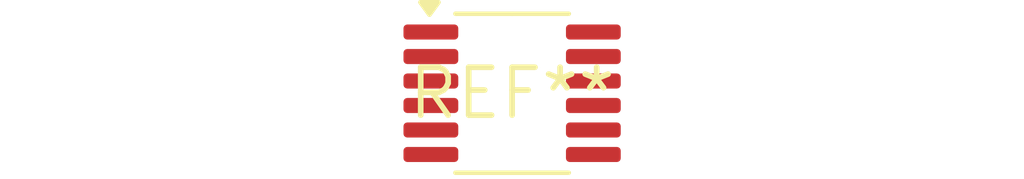
<source format=kicad_pcb>
(kicad_pcb (version 20240108) (generator pcbnew)
  (layers (0 "F.Cu" signal) (31 "B.Cu" signal) (34 "B.Paste" user) (35 "F.Paste" user) (36 "B.SilkS" user "B.Silkscreen") (37 "F.SilkS" user "F.Silkscreen") (38 "B.Mask" user) (39 "F.Mask" user) (44 "Edge.Cuts" user))
  (net 0 "")
  (footprint "MSOP-12_3x4mm_P0.65mm" (layer "F.Cu") (at 0 0)
    (property "Reference" "REF**")
    (property "Value" "MSOP-12_3x4mm_P0.65mm")
    (fp_line (start 0 -2.11) (end -1.5 -2.11) (layer "F.SilkS") (stroke (width 0.12)))
    (fp_line (start 0 -2.11) (end 1.5 -2.11) (layer "F.SilkS") (stroke (width 0.12)))
    (fp_line (start 0 2.11) (end -1.5 2.11) (layer "F.SilkS") (stroke (width 0.12)))
    (fp_line (start 0 2.11) (end 1.5 2.11) (layer "F.SilkS") (stroke (width 0.12)))
    (fp_poly (pts (xy -2.1875 -2.085) (xy -2.4275 -2.415) (xy -1.9475 -2.415) (xy -2.1875 -2.085)) (layer "F.SilkS") (stroke (width 0.12)) (fill solid))
    (pad "1" smd roundrect (at -2.15 -1.625) (size 1.45 0.4) (layers "F.Cu" "F.Paste" "F.Mask"))
    (pad "2" smd roundrect (at -2.15 -0.975) (size 1.45 0.4) (layers "F.Cu" "F.Paste" "F.Mask"))
    (pad "3" smd roundrect (at -2.15 -0.325) (size 1.45 0.4) (layers "F.Cu" "F.Paste" "F.Mask"))
    (pad "4" smd roundrect (at -2.15 0.325) (size 1.45 0.4) (layers "F.Cu" "F.Paste" "F.Mask"))
    (pad "5" smd roundrect (at -2.15 0.975) (size 1.45 0.4) (layers "F.Cu" "F.Paste" "F.Mask"))
    (pad "6" smd roundrect (at -2.15 1.625) (size 1.45 0.4) (layers "F.Cu" "F.Paste" "F.Mask"))
    (pad "7" smd roundrect (at 2.15 1.625) (size 1.45 0.4) (layers "F.Cu" "F.Paste" "F.Mask"))
    (pad "8" smd roundrect (at 2.15 0.975) (size 1.45 0.4) (layers "F.Cu" "F.Paste" "F.Mask"))
    (pad "9" smd roundrect (at 2.15 0.325) (size 1.45 0.4) (layers "F.Cu" "F.Paste" "F.Mask"))
    (pad "10" smd roundrect (at 2.15 -0.325) (size 1.45 0.4) (layers "F.Cu" "F.Paste" "F.Mask"))
    (pad "11" smd roundrect (at 2.15 -0.975) (size 1.45 0.4) (layers "F.Cu" "F.Paste" "F.Mask"))
    (pad "12" smd roundrect (at 2.15 -1.625) (size 1.45 0.4) (layers "F.Cu" "F.Paste" "F.Mask"))
  )
)
</source>
